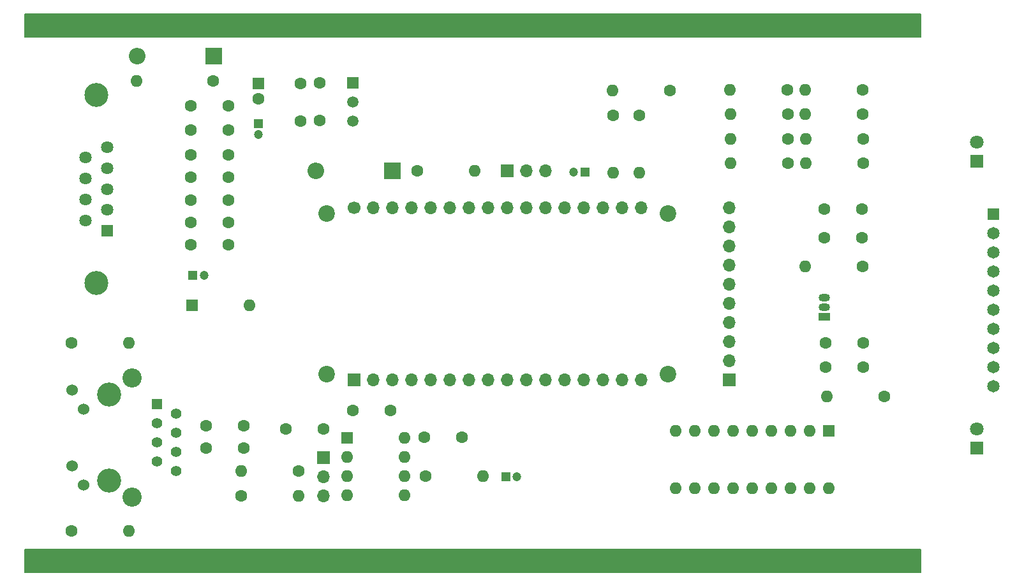
<source format=gbr>
G04 #@! TF.GenerationSoftware,KiCad,Pcbnew,(6.0.0)*
G04 #@! TF.CreationDate,2022-01-05T20:15:47-08:00*
G04 #@! TF.ProjectId,Duo2_Direwolf,44756f32-5f44-4697-9265-776f6c662e6b,rev?*
G04 #@! TF.SameCoordinates,PX2faf080PY8f0d180*
G04 #@! TF.FileFunction,Soldermask,Bot*
G04 #@! TF.FilePolarity,Negative*
%FSLAX46Y46*%
G04 Gerber Fmt 4.6, Leading zero omitted, Abs format (unit mm)*
G04 Created by KiCad (PCBNEW (6.0.0)) date 2022-01-05 20:15:47*
%MOMM*%
%LPD*%
G01*
G04 APERTURE LIST*
%ADD10C,0.150000*%
%ADD11R,1.600000X1.600000*%
%ADD12O,1.600000X1.600000*%
%ADD13C,1.600000*%
%ADD14R,1.700000X1.700000*%
%ADD15O,1.700000X1.700000*%
%ADD16R,1.508000X1.508000*%
%ADD17C,1.508000*%
%ADD18R,1.650000X1.650000*%
%ADD19C,1.650000*%
%ADD20R,1.800000X1.800000*%
%ADD21C,1.800000*%
%ADD22C,2.200000*%
%ADD23C,1.700000*%
%ADD24R,2.200000X2.200000*%
%ADD25O,2.200000X2.200000*%
%ADD26C,3.200000*%
%ADD27R,1.400000X1.400000*%
%ADD28C,1.400000*%
%ADD29C,1.530000*%
%ADD30C,2.550000*%
%ADD31R,1.200000X1.200000*%
%ADD32C,1.200000*%
%ADD33R,1.500000X1.050000*%
%ADD34O,1.500000X1.050000*%
%ADD35C,3.180000*%
%ADD36R,1.635000X1.635000*%
%ADD37C,1.635000*%
G04 APERTURE END LIST*
D10*
X0Y0D02*
X118872000Y0D01*
X118872000Y0D02*
X118872000Y3048000D01*
X118872000Y3048000D02*
X0Y3048000D01*
X0Y3048000D02*
X0Y0D01*
G36*
X0Y0D02*
G01*
X118872000Y0D01*
X118872000Y3048000D01*
X0Y3048000D01*
X0Y0D01*
G37*
X0Y74168000D02*
X118872000Y74168000D01*
X118872000Y74168000D02*
X118872000Y71120000D01*
X118872000Y71120000D02*
X0Y71120000D01*
X0Y71120000D02*
X0Y74168000D01*
G36*
X0Y74168000D02*
G01*
X118872000Y74168000D01*
X118872000Y71120000D01*
X0Y71120000D01*
X0Y74168000D01*
G37*
D11*
X42720000Y17910000D03*
D12*
X42720000Y15370000D03*
X42720000Y12830000D03*
X42720000Y10290000D03*
X50340000Y10290000D03*
X50340000Y12830000D03*
X50340000Y15370000D03*
X50340000Y17910000D03*
D13*
X111252000Y54356000D03*
D12*
X103632000Y54356000D03*
D13*
X114046000Y23368000D03*
D12*
X106426000Y23368000D03*
D13*
X101252000Y54356000D03*
D12*
X93632000Y54356000D03*
D13*
X53000000Y18000000D03*
X58000000Y18000000D03*
X81560000Y60728000D03*
D12*
X81560000Y53108000D03*
D13*
X111192000Y64106000D03*
D12*
X103572000Y64106000D03*
D13*
X111085000Y44450000D03*
X106085000Y44450000D03*
X101252000Y60856000D03*
D12*
X93632000Y60856000D03*
D13*
X111250000Y27305000D03*
X106250000Y27305000D03*
D14*
X93505000Y25545000D03*
D15*
X93505000Y28085000D03*
X93505000Y30625000D03*
X93505000Y33165000D03*
X93505000Y35705000D03*
X93505000Y38245000D03*
X93505000Y40785000D03*
X93505000Y43325000D03*
X93505000Y45865000D03*
X93505000Y48405000D03*
D11*
X30988000Y64963112D03*
D13*
X30988000Y62963112D03*
X24930000Y65278000D03*
D12*
X14770000Y65278000D03*
D16*
X43470000Y65024000D03*
D17*
X43470000Y62484000D03*
X43470000Y59944000D03*
D13*
X85598000Y64008000D03*
D12*
X77978000Y64008000D03*
D13*
X101192000Y64106000D03*
D12*
X93572000Y64106000D03*
D18*
X128500000Y47627500D03*
D19*
X128500000Y45087500D03*
X128500000Y42547500D03*
X128500000Y40007500D03*
X128500000Y37467500D03*
X128500000Y34927500D03*
X128500000Y32387500D03*
X128500000Y29847500D03*
X128500000Y27307500D03*
X128500000Y24767500D03*
D20*
X126335000Y54605000D03*
D21*
X126335000Y57145000D03*
D13*
X111125000Y40640000D03*
D12*
X103505000Y40640000D03*
D22*
X85350000Y47710000D03*
X85350000Y26370000D03*
X40060000Y26370000D03*
X40060000Y47710000D03*
D14*
X43680000Y25570000D03*
D23*
X43680000Y48430000D03*
D15*
X46220000Y25570000D03*
X46220000Y48430000D03*
X48760000Y25570000D03*
X48760000Y48430000D03*
X51300000Y25570000D03*
X51300000Y48430000D03*
X53840000Y25570000D03*
X53840000Y48430000D03*
X56380000Y25570000D03*
X56380000Y48430000D03*
X58920000Y25570000D03*
X58920000Y48430000D03*
X61460000Y25570000D03*
X61460000Y48430000D03*
X64000000Y25570000D03*
X64000000Y48430000D03*
X66540000Y25570000D03*
X66540000Y48430000D03*
X69080000Y25570000D03*
X69080000Y48430000D03*
X71620000Y25570000D03*
X71620000Y48430000D03*
X74160000Y25570000D03*
X74160000Y48430000D03*
X76700000Y25570000D03*
X76700000Y48430000D03*
X79240000Y25570000D03*
X79240000Y48430000D03*
X81780000Y25570000D03*
X81780000Y48430000D03*
D13*
X6190000Y5500000D03*
D12*
X13810000Y5500000D03*
D13*
X29000000Y19500000D03*
X24000000Y19500000D03*
X43500000Y21500000D03*
X48500000Y21500000D03*
X22000000Y43500000D03*
X27000000Y43500000D03*
X101252000Y57606000D03*
D12*
X93632000Y57606000D03*
D14*
X39624000Y15225000D03*
D15*
X39624000Y12685000D03*
X39624000Y10145000D03*
D13*
X53190000Y12840000D03*
D12*
X60810000Y12840000D03*
D13*
X39584000Y19050000D03*
X34584000Y19050000D03*
D24*
X25080000Y68580000D03*
D25*
X14920000Y68580000D03*
D26*
X11135000Y12205000D03*
X11135000Y23635000D03*
D27*
X17485000Y22365000D03*
D28*
X20025000Y21095000D03*
X17485000Y19825000D03*
X20025000Y18555000D03*
X17485000Y17285000D03*
X20025000Y16015000D03*
X17485000Y14745000D03*
X20025000Y13475000D03*
D29*
X6235000Y24245000D03*
X7755000Y21705000D03*
X6235000Y14135000D03*
X7755000Y11595000D03*
D30*
X14185000Y25795000D03*
X14185000Y10045000D03*
D31*
X74310000Y53168000D03*
D32*
X72810000Y53168000D03*
D13*
X111250000Y30500000D03*
X106250000Y30500000D03*
X78060000Y60728000D03*
D12*
X78060000Y53108000D03*
D24*
X48768000Y53340000D03*
D25*
X38608000Y53340000D03*
D13*
X111192000Y60856000D03*
D12*
X103572000Y60856000D03*
D31*
X22277401Y39500000D03*
D32*
X23777401Y39500000D03*
D13*
X36322000Y13462000D03*
D12*
X28702000Y13462000D03*
D13*
X39116000Y65024000D03*
X39116000Y60024000D03*
X22000000Y55500000D03*
X27000000Y55500000D03*
D11*
X22190000Y35500000D03*
D12*
X29810000Y35500000D03*
D13*
X111085000Y48260000D03*
X106085000Y48260000D03*
X28702000Y10160000D03*
D12*
X36322000Y10160000D03*
D13*
X22000000Y58750000D03*
X27000000Y58750000D03*
X22000000Y62000000D03*
X27000000Y62000000D03*
D20*
X126335000Y16505000D03*
D21*
X126335000Y19045000D03*
D13*
X22000000Y52500000D03*
X27000000Y52500000D03*
X6190000Y30500000D03*
D12*
X13810000Y30500000D03*
D14*
X64023000Y53340000D03*
D15*
X66563000Y53340000D03*
X69103000Y53340000D03*
D33*
X106110000Y33980000D03*
D34*
X106110000Y35250000D03*
X106110000Y36520000D03*
D13*
X22000000Y49500000D03*
X27000000Y49500000D03*
X36576000Y59984000D03*
X36576000Y64984000D03*
D35*
X9467500Y63440000D03*
X9467500Y38440000D03*
D36*
X10887500Y45400000D03*
D37*
X10887500Y48170000D03*
X10887500Y50940000D03*
X10887500Y53710000D03*
X10887500Y56480000D03*
X8047500Y46785000D03*
X8047500Y49555000D03*
X8047500Y52325000D03*
X8047500Y55095000D03*
D31*
X30988000Y59650599D03*
D32*
X30988000Y58150599D03*
D13*
X24000000Y16500000D03*
X29000000Y16500000D03*
X22000000Y46500000D03*
X27000000Y46500000D03*
X52070000Y53340000D03*
D12*
X59690000Y53340000D03*
D31*
X63793401Y12700000D03*
D32*
X65293401Y12700000D03*
D13*
X111252000Y57606000D03*
D12*
X103632000Y57606000D03*
D11*
X106680000Y18796000D03*
D12*
X104140000Y18796000D03*
X101600000Y18796000D03*
X99060000Y18796000D03*
X96520000Y18796000D03*
X93980000Y18796000D03*
X91440000Y18796000D03*
X88900000Y18796000D03*
X86360000Y18796000D03*
X86360000Y11176000D03*
X88900000Y11176000D03*
X91440000Y11176000D03*
X93980000Y11176000D03*
X96520000Y11176000D03*
X99060000Y11176000D03*
X101600000Y11176000D03*
X104140000Y11176000D03*
X106680000Y11176000D03*
M02*

</source>
